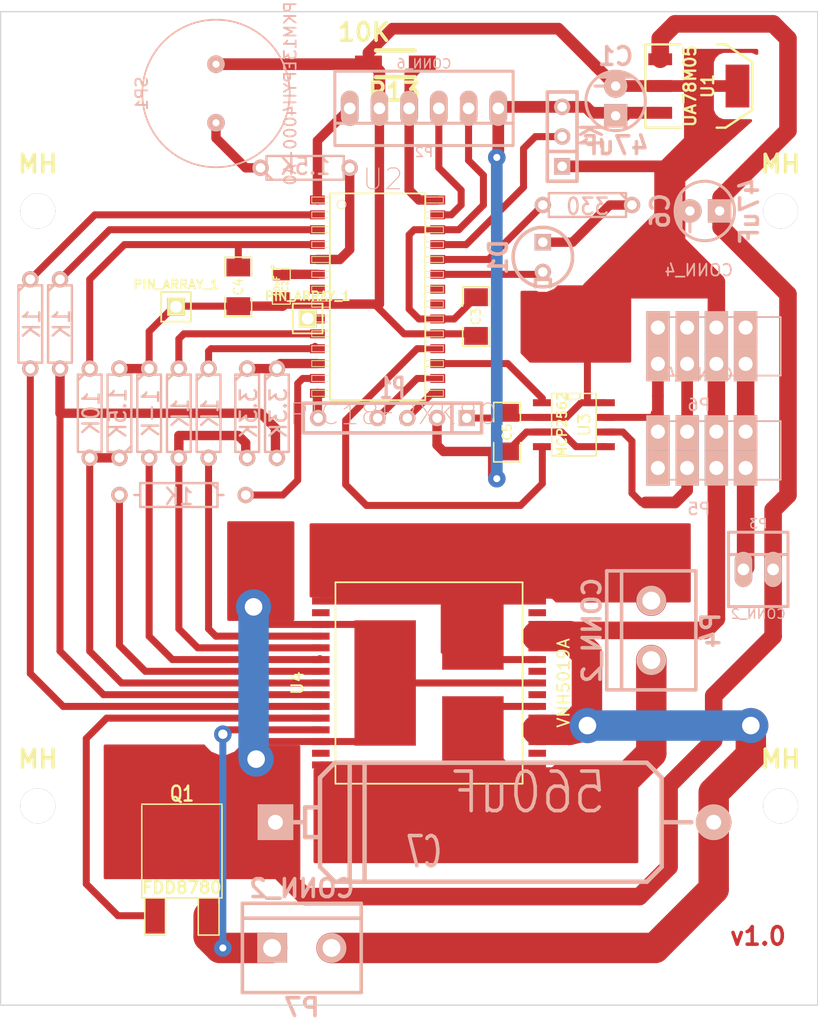
<source format=kicad_pcb>
(kicad_pcb (version 20211014) (generator pcbnew)
  (layers (0 "F.Cu" signal) (31 "B.Cu" signal) (34 "B.Paste" user) (35 "F.Paste" user) (36 "B.SilkS" user "B.Silkscreen") (37 "F.SilkS" user "F.Silkscreen") (38 "B.Mask" user) (39 "F.Mask" user) (44 "Edge.Cuts" user))
  (net 0 "")
  (net 1 "+12V")
  (net 2 "+5V")
  (net 3 "/12Vbus")
  (net 4 "/12vbatt")
  (net 5 "/CANH")
  (net 6 "/CANL")
  (net 7 "/CS")
  (net 8 "/EN")
  (net 9 "/FAULTA")
  (net 10 "/FAULTB")
  (net 11 "/INA")
  (net 12 "/INB")
  (net 13 "/PGC")
  (net 14 "/PGD")
  (net 15 "/PWM")
  (net 16 "/outa")
  (net 17 "/outb")
  (net 18 "/rudder")
  (net 19 "/~{MCLR}")
  (net 20 "GND")
  (net 21 "N-000001")
  (net 22 "N-0000010")
  (net 23 "N-0000016")
  (net 24 "N-0000018")
  (net 25 "N-0000019")
  (net 26 "N-000002")
  (net 27 "N-0000020")
  (net 28 "N-0000022")
  (net 29 "N-0000025")
  (net 30 "N-0000026")
  (net 31 "N-0000027")
  (net 32 "N-0000028")
  (net 33 "N-0000029")
  (net 34 "N-000003")
  (net 35 "N-0000030")
  (net 36 "N-0000032")
  (net 37 "N-0000033")
  (net 38 "N-000004")
  (net 39 "N-000006")
  (net 40 "N-000008")
  (footprint "MountingHole_3mm_RevA_Date21Jun2010" (layer "F.Cu") (at 107.675 40.318)
    (fp_text reference "MH")
    (fp_text value "MountingHole_3mm_RevA_Date21Jun2010" hide)
  )
  (footprint "MountingHole_3mm_RevA_Date21Jun2010" (layer "F.Cu") (at 107.675 91.118)
    (fp_text reference "MH")
    (fp_text value "MountingHole_3mm_RevA_Date21Jun2010" hide)
  )
  (footprint "MountingHole_3mm_RevA_Date21Jun2010" (layer "F.Cu") (at 171.175 91.118)
    (fp_text reference "MH")
    (fp_text value "MountingHole_3mm_RevA_Date21Jun2010" hide)
  )
  (footprint "MountingHole_3mm_RevA_Date21Jun2010" (layer "F.Cu") (at 171.175 40.318)
    (fp_text reference "MH")
    (fp_text value "MountingHole_3mm_RevA_Date21Jun2010" hide)
  )
  (footprint "SOT223" (layer "F.Cu") (at 164.19 29.65 -90)
    (fp_text reference "U1")
    (fp_text value "UA78M05")
  )
  (footprint "SOIC-8_N" (layer "F.Cu") (at 153.51 58.57 -90)
    (fp_text reference "U3")
    (fp_text value "MCP2562")
  )
  (footprint "SM1206" (layer "F.Cu") (at 124.82 46.795 90)
    (fp_text reference "C4")
    (fp_text value "100nF" hide)
  )
  (footprint "SM1206" (layer "F.Cu") (at 147.795 59.205 -90)
    (fp_text reference "C5")
    (fp_text value "100nF" hide)
  )
  (footprint "SM1206" (layer "F.Cu") (at 145.14 49.335 90)
    (fp_text reference "C3")
    (fp_text value "100nF" hide)
  )
  (footprint "microchip-pic18fxx5x-SO-28W" (layer "F.Cu") (at 136.79 47 -90)
    (fp_text reference "U2")
    (fp_text value "PIC18F2XK80")
  )
  (footprint "DPAK2" (layer "F.Cu") (at 120 100.5)
    (fp_text reference "Q1")
    (fp_text value "FDD8780")
  )
  (footprint "multipowerso-30" (layer "F.Cu") (at 141.125 80.625 -90)
    (fp_text reference "U4")
    (fp_text value "VNH5019A")
  )
  (footprint "Resistor_SMD1206_HandSoldering_RevA_Date21Jun2010" (layer "F.Cu") (at 138.25 27.75 180)
    (fp_text reference "R13")
    (fp_text value "10K")
  )
  (footprint "SM0805" (layer "F.Cu") (at 128.5 46.75 -90)
    (fp_text reference "C2")
    (fp_text value "10uF")
  )
  (footprint "PIN_ARRAY_1" (layer "F.Cu") (at 130.75 49.5)
    (fp_text reference "PIN_ARRAY_1")
    (fp_text value "Val**" hide)
  )
  (footprint "PIN_ARRAY_1" (layer "F.Cu") (at 119.5 48.5)
    (fp_text reference "PIN_ARRAY_1")
    (fp_text value "Val**" hide)
  )
  (footprint "SIL-3" (layer "B.Cu") (at 152.506 33.968 90)
    (fp_text reference "K1")
    (fp_text value "CONN_3" hide)
  )
  (footprint "R3" (layer "B.Cu") (at 119.74 57.59 -90)
    (fp_text reference "R6" hide)
    (fp_text value "1K")
  )
  (footprint "R3" (layer "B.Cu") (at 117.2 57.59 -90)
    (fp_text reference "R11" hide)
    (fp_text value "1-K")
  )
  (footprint "R3" (layer "B.Cu") (at 119.74 64.575 180)
    (fp_text reference "R7" hide)
    (fp_text value "1K")
  )
  (footprint "R3" (layer "B.Cu") (at 109.58 49.97 -90)
    (fp_text reference "R9" hide)
    (fp_text value "1K")
  )
  (footprint "R3" (layer "B.Cu") (at 114.66 57.59 90)
    (fp_text reference "R12" hide)
    (fp_text value "1.5K")
  )
  (footprint "R3" (layer "B.Cu") (at 112.12 57.59 -90)
    (fp_text reference "R8" hide)
    (fp_text value "10K")
  )
  (footprint "R3" (layer "B.Cu") (at 130.535 36.635)
    (fp_text reference "R1" hide)
    (fp_text value "1.5K")
  )
  (footprint "R3" (layer "B.Cu") (at 154.665 39.81 180)
    (fp_text reference "R2" hide)
    (fp_text value "330")
  )
  (footprint "PKM13EPYH4000-A0" (layer "B.Cu") (at 122.915 30.285 90)
    (fp_text reference "SP1")
    (fp_text value "PKM13EPYH4000-A0")
  )
  (footprint "PINHEAD1-6" (layer "B.Cu") (at 140.695 31.555)
    (fp_text reference "P2")
    (fp_text value "CONN_6")
  )
  (footprint "PINHEAD1-2" (layer "B.Cu") (at 169.27 70.925 180)
    (fp_text reference "P3")
    (fp_text value "CONN_2")
  )
  (footprint "phoenix_1770979" (layer "B.Cu") (at 164.19 51.875 180)
    (fp_text reference "P6")
    (fp_text value "CONN_4")
  )
  (footprint "phoenix_1770979" (layer "B.Cu") (at 164.19 60.765 180)
    (fp_text reference "P5")
    (fp_text value "CONN_4")
  )
  (footprint "LEDV" (layer "B.Cu") (at 150.855 44.255 -90)
    (fp_text reference "D1")
    (fp_text value "LED" hide)
  )
  (footprint "CP14" (layer "B.Cu") (at 145.775 92.515)
    (fp_text reference "C7")
    (fp_text value "560uF")
  )
  (footprint "bornier2" (layer "B.Cu") (at 160.126 76.132 90)
    (fp_text reference "P4")
    (fp_text value "CONN_2")
  )
  (footprint "bornier2" (layer "B.Cu") (at 130.25 103.25)
    (fp_text reference "P7")
    (fp_text value "CONN_2")
  )
  (footprint "R3" (layer "B.Cu") (at 125.582 57.59 -90)
    (fp_text reference "R4" hide)
    (fp_text value "3.3K")
  )
  (footprint "R3" (layer "B.Cu") (at 128.122 57.59 -90)
    (fp_text reference "R3" hide)
    (fp_text value "3.3K")
  )
  (footprint "SIL-6" (layer "B.Cu") (at 138 58 180)
    (fp_text reference "P1")
    (fp_text value "CONN_6" hide)
  )
  (footprint "R3" (layer "B.Cu") (at 122.28 57.59 -90)
    (fp_text reference "R5" hide)
    (fp_text value "1K")
  )
  (footprint "R3" (layer "B.Cu") (at 107.04 49.97 -90)
    (fp_text reference "R10" hide)
    (fp_text value "1K")
  )
  (footprint "CP_5x6mm" (layer "B.Cu") (at 164.698 40.318 -90)
    (fp_text reference "C6")
    (fp_text value "47uF")
  )
  (footprint "CP_5x6mm" (layer "B.Cu") (at 157.078 30.92 180)
    (fp_text reference "C1")
    (fp_text value "47uF")
  )
  (gr_line (start 174.35 23.3) (end 174.35 108.136) (layer "Edge.Cuts") (width 0.1))
  (gr_line (start 104.5 108.136) (end 104.5 23.3) (layer "Edge.Cuts") (width 0.1))
  (gr_line (start 174.35 108.136) (end 104.5 108.136) (layer "Edge.Cuts") (width 0.1))
  (gr_line (start 104.5 23.3) (end 174.35 23.3) (layer "Edge.Cuts") (width 0.1))
  (gr_text "v1.0" (at 169.25 102.25) (layer "F.Cu") (effects (font (size 1.5 1.5) (thickness 0.3))))
  (segment (start 136.125 85.625) (end 137.375 84.375) (width 0.6) (layer "F.Cu") (net 1))
  (segment (start 137.375 84.375) (end 137.375 80.625) (width 0.6) (layer "F.Cu") (net 1))
  (segment (start 136.125 75.625) (end 137.375 76.875) (width 0.6) (layer "F.Cu") (net 1))
  (segment (start 137.375 76.875) (end 137.375 80.625) (width 0.6) (layer "F.Cu") (net 1))
  (segment (start 121.125 93.725) (end 119.975 94.875) (width 2.6) (layer "F.Cu") (net 1))
  (segment (start 126.625 85.625) (end 126.345 85.845) (width 0.6) (layer "F.Cu") (net 1))
  (segment (start 126.345 85.845) (end 126.345 87.125) (width 0.6) (layer "F.Cu") (net 1))
  (segment (start 131.875 75.625) (end 126.625 75.625) (width 0.6) (layer "F.Cu") (net 1))
  (segment (start 126.125 75.125) (end 126.625 75.625) (width 0.6) (layer "F.Cu") (net 1))
  (segment (start 126.345 90.865) (end 127.995 92.515) (width 1.5) (layer "F.Cu") (net 1))
  (segment (start 127.995 96.325) (end 130.535 98.865) (width 1.5) (layer "F.Cu") (net 1))
  (segment (start 130.535 98.865) (end 159.11 98.865) (width 1.5) (layer "F.Cu") (net 1))
  (segment (start 159.11 98.865) (end 161.65 96.325) (width 1.5) (layer "F.Cu") (net 1))
  (segment (start 161.65 89.34) (end 165.46 85.53) (width 1.5) (layer "F.Cu") (net 1))
  (segment (start 165.46 85.53) (end 165.46 81.72) (width 1.5) (layer "F.Cu") (net 1))
  (segment (start 170.54 76.64) (end 165.46 81.72) (width 1.5) (layer "F.Cu") (net 1))
  (segment (start 170.54 65.845) (end 171.81 64.575) (width 1.5) (layer "F.Cu") (net 1))
  (segment (start 171.81 64.575) (end 171.81 47.43) (width 1.5) (layer "F.Cu") (net 1))
  (segment (start 171.81 47.43) (end 166.095 41.715) (width 1.5) (layer "F.Cu") (net 1))
  (segment (start 166.095 41.715) (end 166.095 39.175) (width 1.5) (layer "F.Cu") (net 1))
  (segment (start 166.095 39.175) (end 171.81 33.46) (width 1.5) (layer "F.Cu") (net 1))
  (segment (start 160.888 25.602) (end 162.15 24.34) (width 1.5) (layer "F.Cu") (net 1))
  (segment (start 162.15 24.34) (end 170.54 24.34) (width 1.5) (layer "F.Cu") (net 1))
  (segment (start 170.54 24.34) (end 171.81 25.61) (width 1.5) (layer "F.Cu") (net 1))
  (segment (start 171.81 25.61) (end 171.81 33.46) (width 1.5) (layer "F.Cu") (net 1))
  (segment (start 165.968 39.302) (end 166.095 39.175) (width 1) (layer "F.Cu") (net 1))
  (segment (start 161.65 96.325) (end 161.65 89.34) (width 1.5) (layer "F.Cu") (net 1))
  (segment (start 126.345 87.125) (end 126.345 90.865) (width 1.5) (layer "F.Cu") (net 1))
  (segment (start 131.875 85.625) (end 136.125 85.625) (width 0.6) (layer "F.Cu") (net 1))
  (segment (start 126.125 74.125) (end 126.125 75.125) (width 0.6) (layer "F.Cu") (net 1))
  (segment (start 127.995 92.515) (end 127.995 96.325) (width 1.5) (layer "F.Cu") (net 1))
  (segment (start 131.875 75.625) (end 136.125 75.625) (width 0.6) (layer "F.Cu") (net 1))
  (segment (start 160.888 27.364) (end 160.888 25.602) (width 1.5) (layer "F.Cu") (net 1))
  (segment (start 170.54 65.845) (end 170.54 70.925) (width 1.5) (layer "F.Cu") (net 1))
  (segment (start 150.375 80.625) (end 137.375 80.625) (width 0.6) (layer "F.Cu") (net 1))
  (segment (start 170.54 70.925) (end 170.54 76.64) (width 1.5) (layer "F.Cu") (net 1))
  (segment (start 165.968 40.318) (end 165.968 39.302) (width 1) (layer "F.Cu") (net 1))
  (segment (start 131.875 85.625) (end 126.625 85.625) (width 0.6) (layer "F.Cu") (net 1))
  (via (at 126.125 74.125) (size 3) (drill 1.5) (layers "F.Cu" "B.Cu") (net 1))
  (via (at 126.345 87.125) (size 3) (drill 1.5) (layers "F.Cu" "B.Cu") (net 1))
  (segment (start 126.125 86.905) (end 126.345 87.125) (width 2.6) (layer "B.Cu") (net 1))
  (segment (start 126.125 74.125) (end 126.125 86.905) (width 2.6) (layer "B.Cu") (net 1))
  (segment (start 149.456 59.195) (end 147.795 60.856) (width 0.6) (layer "F.Cu") (net 2))
  (segment (start 142.356 60.856) (end 141.81 60.31) (width 0.8) (layer "F.Cu") (net 2))
  (segment (start 141.81 60.31) (end 141.81 58) (width 0.8) (layer "F.Cu") (net 2))
  (segment (start 147.172 31.428) (end 147.045 31.555) (width 1) (layer "F.Cu") (net 2))
  (segment (start 147.045 35.619) (end 146.918 35.746) (width 1) (layer "F.Cu") (net 2))
  (segment (start 146.918 63.178) (end 146.664 62.924) (width 1) (layer "F.Cu") (net 2))
  (segment (start 146.664 62.924) (end 146.664 60.856) (width 1) (layer "F.Cu") (net 2))
  (segment (start 146.664 60.856) (end 142.356 60.856) (width 0.8) (layer "F.Cu") (net 2))
  (segment (start 152.506 31.428) (end 154.284 31.428) (width 1) (layer "F.Cu") (net 2))
  (segment (start 157.84 32.19) (end 158.094 31.936) (width 1) (layer "F.Cu") (net 2))
  (segment (start 155.046 31.936) (end 158.094 31.936) (width 1) (layer "F.Cu") (net 2))
  (segment (start 154.538 31.428) (end 155.046 31.936) (width 1) (layer "F.Cu") (net 2))
  (segment (start 152.445 59.195) (end 153.695 60.445) (width 0.6) (layer "F.Cu") (net 2))
  (segment (start 153.695 60.445) (end 156.21 60.445) (width 0.6) (layer "F.Cu") (net 2))
  (segment (start 150.81 59.195) (end 149.456 59.195) (width 0.6) (layer "F.Cu") (net 2))
  (segment (start 147.795 60.856) (end 146.664 60.856) (width 0.8) (layer "F.Cu") (net 2))
  (segment (start 147.045 31.555) (end 147.045 35.619) (width 1) (layer "F.Cu") (net 2))
  (segment (start 150.81 59.195) (end 152.445 59.195) (width 0.6) (layer "F.Cu") (net 2))
  (segment (start 160.888 31.936) (end 158.094 31.936) (width 1) (layer "F.Cu") (net 2))
  (segment (start 157.078 32.19) (end 157.84 32.19) (width 1) (layer "F.Cu") (net 2))
  (segment (start 152.506 31.428) (end 147.172 31.428) (width 1) (layer "F.Cu") (net 2))
  (segment (start 154.284 31.428) (end 154.538 31.428) (width 1) (layer "F.Cu") (net 2))
  (segment (start 160.888 31.936) (end 157.332 31.936) (width 1) (layer "F.Cu") (net 2))
  (via (at 146.918 63.178) (size 1.5) (drill 0.6) (layers "F.Cu" "B.Cu") (net 2))
  (via (at 146.918 35.746) (size 1.5) (drill 0.6) (layers "F.Cu" "B.Cu") (net 2))
  (segment (start 146.918 35.746) (end 146.918 63.178) (width 1) (layer "B.Cu") (net 2))
  (segment (start 168.19 70.735) (end 168 70.925) (width 1.5) (layer "F.Cu") (net 3))
  (segment (start 168.19 59.165) (end 168.19 62.265) (width 1.5) (layer "F.Cu") (net 3))
  (segment (start 168.19 62.265) (end 168 62.455) (width 1.5) (layer "F.Cu") (net 3))
  (segment (start 168.19 53.375) (end 168.19 59.165) (width 1.5) (layer "F.Cu") (net 3))
  (segment (start 168.19 50.275) (end 168.19 53.375) (width 1.5) (layer "F.Cu") (net 3))
  (segment (start 168.19 62.265) (end 168.19 70.735) (width 1.5) (layer "F.Cu") (net 3))
  (segment (start 122.286 102.286) (end 123.25 103.25) (width 2.6) (layer "F.Cu") (net 4))
  (segment (start 123.25 103.25) (end 127.71 103.25) (width 2.6) (layer "F.Cu") (net 4))
  (segment (start 123.5 103.25) (end 122.536 102.286) (width 0.6) (layer "F.Cu") (net 4))
  (segment (start 122.536 102.286) (end 122.286 102.286) (width 0.6) (layer "F.Cu") (net 4))
  (segment (start 123.875 84.625) (end 123.5 85) (width 0.6) (layer "F.Cu") (net 4))
  (segment (start 122.286 100.5) (end 122.286 102.286) (width 2.6) (layer "F.Cu") (net 4))
  (segment (start 131.875 84.625) (end 123.875 84.625) (width 0.6) (layer "F.Cu") (net 4))
  (via (at 123.5 103.25) (size 1.5) (drill 0.6) (layers "F.Cu" "B.Cu") (net 4))
  (via (at 123.5 85) (size 1.5) (drill 0.8) (layers "F.Cu" "B.Cu") (net 4))
  (segment (start 123.5 85) (end 123.5 103.25) (width 0.6) (layer "B.Cu") (net 4))
  (segment (start 160.69 57.945) (end 160.38 57.635) (width 0.6) (layer "F.Cu") (net 5))
  (segment (start 160.38 57.635) (end 160.38 57.59) (width 0.6) (layer "F.Cu") (net 5))
  (segment (start 160.38 57.59) (end 160.69 57.59) (width 0.6) (layer "F.Cu") (net 5))
  (segment (start 160.69 57.59) (end 160.69 59.165) (width 1) (layer "F.Cu") (net 5))
  (segment (start 160.69 56.122) (end 160.69 57.59) (width 1) (layer "F.Cu") (net 5))
  (segment (start 160.69 53.375) (end 160.69 56.122) (width 1) (layer "F.Cu") (net 5))
  (segment (start 160.69 59.165) (end 160.69 62.265) (width 1) (layer "F.Cu") (net 5))
  (segment (start 160.69 50.275) (end 160.69 53.375) (width 1) (layer "F.Cu") (net 5))
  (segment (start 156.21 57.945) (end 160.69 57.945) (width 0.6) (layer "F.Cu") (net 5))
  (segment (start 158.475 59.975) (end 158.475 64.42) (width 0.6) (layer "F.Cu") (net 6))
  (segment (start 159.265 65.21) (end 158.475 64.42) (width 0.6) (layer "F.Cu") (net 6))
  (segment (start 163.19 64.178) (end 162.158 65.21) (width 1) (layer "F.Cu") (net 6))
  (segment (start 162.158 65.21) (end 159.618 65.21) (width 1) (layer "F.Cu") (net 6))
  (segment (start 163.19 53.375) (end 163.19 59.165) (width 1) (layer "F.Cu") (net 6))
  (segment (start 157.695 59.195) (end 156.21 59.195) (width 0.6) (layer "F.Cu") (net 6))
  (segment (start 159.618 65.21) (end 159.265 65.21) (width 0.6) (layer "F.Cu") (net 6))
  (segment (start 163.19 50.275) (end 163.19 53.375) (width 1) (layer "F.Cu") (net 6))
  (segment (start 157.695 59.195) (end 158.475 59.975) (width 0.6) (layer "F.Cu") (net 6))
  (segment (start 163.19 62.265) (end 163.19 64.178) (width 1) (layer "F.Cu") (net 6))
  (segment (start 163.19 59.165) (end 163.19 62.265) (width 1) (layer "F.Cu") (net 6))
  (segment (start 115.09 43.19) (end 112.12 46.16) (width 0.6) (layer "F.Cu") (net 7))
  (segment (start 112.12 46.16) (end 112.12 53.78) (width 0.6) (layer "F.Cu") (net 7))
  (segment (start 124.82 43.19) (end 115.09 43.19) (width 0.6) (layer "F.Cu") (net 7))
  (segment (start 131.583 43.19) (end 124.82 43.19) (width 0.6) (layer "F.Cu") (net 7))
  (segment (start 124.82 43.19) (end 124.82 45.144) (width 0.6) (layer "F.Cu") (net 7))
  (segment (start 128.425 53.35) (end 127.995 53.78) (width 0.8) (layer "F.Cu") (net 8))
  (segment (start 127.995 53.78) (end 125.455 53.78) (width 0.8) (layer "F.Cu") (net 8))
  (segment (start 131.583 53.35) (end 128.425 53.35) (width 0.8) (layer "F.Cu") (net 8))
  (segment (start 120.17 50.81) (end 119.74 51.24) (width 0.6) (layer "F.Cu") (net 9))
  (segment (start 119.74 51.24) (end 119.74 53.78) (width 0.6) (layer "F.Cu") (net 9))
  (segment (start 131.583 50.81) (end 120.17 50.81) (width 0.6) (layer "F.Cu") (net 9))
  (segment (start 113.82 41.92) (end 109.58 46.16) (width 0.6) (layer "F.Cu") (net 10))
  (segment (start 131.583 41.92) (end 113.82 41.92) (width 0.6) (layer "F.Cu") (net 10))
  (segment (start 122.28 52.285) (end 122.28 53.78) (width 0.6) (layer "F.Cu") (net 11))
  (segment (start 131.583 52.08) (end 122.485 52.08) (width 0.6) (layer "F.Cu") (net 11))
  (segment (start 131.583 52.08) (end 131.378 51.875) (width 0.6) (layer "F.Cu") (net 11))
  (segment (start 122.485 52.08) (end 122.28 52.285) (width 0.6) (layer "F.Cu") (net 11))
  (segment (start 112.55 40.65) (end 131.583 40.65) (width 0.6) (layer "F.Cu") (net 12))
  (segment (start 107.04 46.16) (end 112.55 40.65) (width 0.6) (layer "F.Cu") (net 12))
  (segment (start 141.965 36.635) (end 143.87 38.54) (width 0.6) (layer "F.Cu") (net 13))
  (segment (start 143.87 38.54) (end 143.87 39.81) (width 0.6) (layer "F.Cu") (net 13))
  (segment (start 143.87 39.81) (end 143.03 40.65) (width 0.6) (layer "F.Cu") (net 13))
  (segment (start 143.03 40.65) (end 141.87 40.65) (width 0.6) (layer "F.Cu") (net 13))
  (segment (start 141.965 31.555) (end 141.965 36.635) (width 0.6) (layer "F.Cu") (net 13))
  (segment (start 140.265 39.38) (end 139.425 38.54) (width 0.8) (layer "F.Cu") (net 14))
  (segment (start 139.425 38.54) (end 139.425 31.555) (width 0.8) (layer "F.Cu") (net 14))
  (segment (start 139.425 28.62624) (end 139.425 31.555) (width 0.8) (layer "F.Cu") (net 14))
  (segment (start 139.675 28.62624) (end 139.425 28.62624) (width 0.8) (layer "F.Cu") (net 14))
  (segment (start 141.87 39.38) (end 140.265 39.38) (width 0.8) (layer "F.Cu") (net 14))
  (segment (start 140.55124 27.75) (end 139.675 28.62624) (width 0.8) (layer "F.Cu") (net 14))
  (segment (start 140.30124 27.75) (end 139.425 28.62624) (width 0.8) (layer "F.Cu") (net 14))
  (segment (start 130.33 54.62) (end 129.9 55.05) (width 0.6) (layer "F.Cu") (net 15))
  (segment (start 129.9 55.05) (end 129.9 63.305) (width 0.6) (layer "F.Cu") (net 15))
  (segment (start 129.9 63.305) (end 128.63 64.575) (width 0.6) (layer "F.Cu") (net 15))
  (segment (start 128.63 64.575) (end 125.455 64.575) (width 0.6) (layer "F.Cu") (net 15))
  (segment (start 131.583 54.62) (end 130.33 54.62) (width 0.6) (layer "F.Cu") (net 15))
  (segment (start 147.125 78.625) (end 144.875 76.375) (width 0.6) (layer "F.Cu") (net 16))
  (segment (start 146.125 73.625) (end 144.625 75.125) (width 0.6) (layer "F.Cu") (net 16))
  (segment (start 144.625 75.125) (end 144.625 76.125) (width 0.6) (layer "F.Cu") (net 16))
  (segment (start 144.625 76.125) (end 144.875 76.375) (width 0.6) (layer "F.Cu") (net 16))
  (segment (start 144.875 73.375) (end 146.125 72.125) (width 2.6) (layer "F.Cu") (net 16))
  (segment (start 146.125 72.125) (end 160.125 72.125) (width 2.6) (layer "F.Cu") (net 16))
  (segment (start 144.625 73.625) (end 146.125 72.125) (width 0.6) (layer "F.Cu") (net 16))
  (segment (start 160.125 73.591) (end 160.125 72.125) (width 2.6) (layer "F.Cu") (net 16))
  (segment (start 150.375 73.625) (end 146.125 73.625) (width 0.6) (layer "F.Cu") (net 16))
  (segment (start 144.875 73.375) (end 144.875 76.375) (width 2.6) (layer "F.Cu") (net 16))
  (segment (start 131.875 73.625) (end 144.625 73.625) (width 0.6) (layer "F.Cu") (net 16))
  (segment (start 160.125 73.085) (end 160.125 72.125) (width 2.6) (layer "F.Cu") (net 16))
  (segment (start 150.375 78.625) (end 147.125 78.625) (width 0.6) (layer "F.Cu") (net 16))
  (segment (start 160.126 73.592) (end 160.125 73.591) (width 2.6) (layer "F.Cu") (net 16))
  (segment (start 147.125 82.625) (end 144.875 84.875) (width 0.6) (layer "F.Cu") (net 17))
  (segment (start 147.625 87.625) (end 144.875 84.875) (width 0.6) (layer "F.Cu") (net 17))
  (segment (start 144.875 88.875) (end 145.125 89.125) (width 2.6) (layer "F.Cu") (net 17))
  (segment (start 145.125 89.125) (end 157.625 89.125) (width 2.6) (layer "F.Cu") (net 17))
  (segment (start 157.625 89.125) (end 160.125 86.625) (width 2.6) (layer "F.Cu") (net 17))
  (segment (start 160.125 78.673) (end 160.125 86.625) (width 2.6) (layer "F.Cu") (net 17))
  (segment (start 150.375 82.625) (end 147.125 82.625) (width 0.6) (layer "F.Cu") (net 17))
  (segment (start 144.875 88.875) (end 144.875 84.875) (width 2.6) (layer "F.Cu") (net 17))
  (segment (start 131.875 87.625) (end 147.625 87.625) (width 0.6) (layer "F.Cu") (net 17))
  (segment (start 150.375 87.625) (end 147.625 87.625) (width 0.6) (layer "F.Cu") (net 17))
  (segment (start 160.126 78.672) (end 160.125 78.673) (width 2.6) (layer "F.Cu") (net 17))
  (segment (start 149.204 38.286) (end 149.204 34.984) (width 0.6) (layer "F.Cu") (net 18))
  (segment (start 150.22 33.968) (end 149.204 34.984) (width 0.6) (layer "F.Cu") (net 18))
  (segment (start 152.506 33.968) (end 150.22 33.968) (width 0.6) (layer "F.Cu") (net 18))
  (segment (start 144.3 43.19) (end 149.204 38.286) (width 0.6) (layer "F.Cu") (net 18))
  (segment (start 144.3 43.19) (end 141.87 43.19) (width 0.6) (layer "F.Cu") (net 18))
  (segment (start 131.583 34.317) (end 134.345 31.555) (width 0.8) (layer "F.Cu") (net 19))
  (segment (start 131.583 39.38) (end 131.583 34.317) (width 0.8) (layer "F.Cu") (net 19))
  (segment (start 153.125 76.625) (end 154.625 78.125) (width 2.6) (layer "F.Cu") (net 20))
  (segment (start 154.625 78.125) (end 154.625 83.125) (width 2.6) (layer "F.Cu") (net 20))
  (segment (start 153.125 84.625) (end 154.625 83.125) (width 2.6) (layer "F.Cu") (net 20))
  (segment (start 128.806 48.27) (end 128.63 48.446) (width 0.8) (layer "F.Cu") (net 20))
  (segment (start 119.359 48.446) (end 117.2 50.605) (width 0.6) (layer "F.Cu") (net 20))
  (segment (start 117.2 50.605) (end 117.2 53.78) (width 0.6) (layer "F.Cu") (net 20))
  (segment (start 144.964 50.81) (end 145.14 50.986) (width 0.6) (layer "F.Cu") (net 20))
  (segment (start 136.29 27.785) (end 136.3135 27.8085) (width 1) (layer "F.Cu") (net 20))
  (segment (start 136.885 28.38) (end 136.885 31.555) (width 1) (layer "F.Cu") (net 20))
  (segment (start 165.46 98.23) (end 160.44 103.25) (width 2.6) (layer "F.Cu") (net 20))
  (segment (start 160.44 103.25) (end 132.79 103.25) (width 2.6) (layer "F.Cu") (net 20))
  (segment (start 168.635 86.8) (end 165.46 89.975) (width 2.6) (layer "F.Cu") (net 20))
  (segment (start 165.46 89.975) (end 165.46 92.515) (width 2.6) (layer "F.Cu") (net 20))
  (segment (start 151.998 76.132) (end 151.505 76.625) (width 1.5) (layer "F.Cu") (net 20))
  (segment (start 151.505 76.625) (end 150.375 76.625) (width 2.6) (layer "F.Cu") (net 20))
  (segment (start 148.186 57.945) (end 147.795 57.554) (width 0.6) (layer "F.Cu") (net 20))
  (segment (start 152.865 57.945) (end 154.115 56.695) (width 0.6) (layer "F.Cu") (net 20))
  (segment (start 154.115 56.695) (end 154.665 56.695) (width 0.6) (layer "F.Cu") (net 20))
  (segment (start 147.349 58) (end 147.795 57.554) (width 0.6) (layer "F.Cu") (net 20))
  (segment (start 165.69 75.14) (end 164.698 76.132) (width 1.5) (layer "F.Cu") (net 20))
  (segment (start 165.69 46.39) (end 162.285 42.985) (width 1.5) (layer "F.Cu") (net 20))
  (segment (start 162.285 42.985) (end 162.285 40.699) (width 1.5) (layer "F.Cu") (net 20))
  (segment (start 162.285 36) (end 164.19 34.095) (width 1.5) (layer "F.Cu") (net 20))
  (segment (start 164.19 34.095) (end 164.19 29.65) (width 1.5) (layer "F.Cu") (net 20))
  (segment (start 154.665 56.695) (end 156.21 56.695) (width 0.6) (layer "F.Cu") (net 20))
  (segment (start 162.285 36.635) (end 162.285 36) (width 1.5) (layer "F.Cu") (net 20))
  (segment (start 162.285 39.175) (end 162.285 36.635) (width 1.5) (layer "F.Cu") (net 20))
  (segment (start 136.885 48.27) (end 136.885 31.555) (width 0.8) (layer "F.Cu") (net 20))
  (segment (start 138.995 50.81) (end 136.455 48.27) (width 0.6) (layer "F.Cu") (net 20))
  (segment (start 136.455 48.27) (end 136.885 48.27) (width 0.8) (layer "F.Cu") (net 20))
  (segment (start 162.158 36.508) (end 162.285 36.635) (width 1) (layer "F.Cu") (net 20))
  (segment (start 136.3135 27.8085) (end 136.885 28.38) (width 1) (layer "F.Cu") (net 20))
  (segment (start 155.2365 27.8085) (end 155.464 28.036) (width 1) (layer "F.Cu") (net 20))
  (segment (start 162.666 40.318) (end 162.285 40.699) (width 1) (layer "F.Cu") (net 20))
  (segment (start 162.285 40.699) (end 162.285 39.175) (width 1.5) (layer "F.Cu") (net 20))
  (segment (start 133.5 27.75) (end 133.5 27.785) (width 0.8) (layer "F.Cu") (net 20))
  (segment (start 133.5 27.785) (end 136.29 27.785) (width 1) (layer "F.Cu") (net 20))
  (segment (start 155.464 28.036) (end 157.078 29.65) (width 1) (layer "F.Cu") (net 20))
  (segment (start 152.178 24.75) (end 138 24.75) (width 1) (layer "F.Cu") (net 20))
  (segment (start 138 24.75) (end 135.94876 26.80124) (width 1) (layer "F.Cu") (net 20))
  (segment (start 135.94876 26.80124) (end 135.94876 27.75) (width 1) (layer "F.Cu") (net 20))
  (segment (start 128.5 48.446) (end 128.63 48.446) (width 0.8) (layer "F.Cu") (net 20))
  (segment (start 162.285 39.175) (end 154.665 46.795) (width 0.8) (layer "F.Cu") (net 20))
  (segment (start 150.375 84.625) (end 153.125 84.625) (width 2.6) (layer "F.Cu") (net 20))
  (segment (start 165.69 53.375) (end 165.69 59.165) (width 1.5) (layer "F.Cu") (net 20))
  (segment (start 135.94876 27.75) (end 133.5 27.75) (width 0.8) (layer "F.Cu") (net 20))
  (segment (start 164.698 76.132) (end 151.998 76.132) (width 1.5) (layer "F.Cu") (net 20))
  (segment (start 165.46 92.515) (end 165.46 98.23) (width 2.6) (layer "F.Cu") (net 20))
  (segment (start 122.915 27.785) (end 133.5 27.785) (width 1) (layer "F.Cu") (net 20))
  (segment (start 168.635 84.26) (end 168.635 86.8) (width 2.6) (layer "F.Cu") (net 20))
  (segment (start 155.464 28.036) (end 152.178 24.75) (width 1) (layer "F.Cu") (net 20))
  (segment (start 131.583 48.27) (end 128.806 48.27) (width 0.8) (layer "F.Cu") (net 20))
  (segment (start 165.69 50.275) (end 165.69 46.39) (width 1.5) (layer "F.Cu") (net 20))
  (segment (start 117.2 53.78) (end 114.66 53.78) (width 0.8) (layer "F.Cu") (net 20))
  (segment (start 153.125 84.625) (end 154.665 84.26) (width 2.6) (layer "F.Cu") (net 20))
  (segment (start 160.888 29.65) (end 157.078 29.65) (width 1) (layer "F.Cu") (net 20))
  (segment (start 141.87 50.81) (end 138.995 50.81) (width 0.6) (layer "F.Cu") (net 20))
  (segment (start 150.81 57.945) (end 148.186 57.945) (width 0.6) (layer "F.Cu") (net 20))
  (segment (start 141.87 50.81) (end 144.964 50.81) (width 0.6) (layer "F.Cu") (net 20))
  (segment (start 163.428 40.318) (end 162.666 40.318) (width 1) (layer "F.Cu") (net 20))
  (segment (start 160.888 29.65) (end 164.19 29.65) (width 1) (layer "F.Cu") (net 20))
  (segment (start 124.82 48.446) (end 128.63 48.446) (width 0.8) (layer "F.Cu") (net 20))
  (segment (start 131.583 48.27) (end 136.455 48.27) (width 0.8) (layer "F.Cu") (net 20))
  (segment (start 164.19 29.65) (end 167.492 29.65) (width 1) (layer "F.Cu") (net 20))
  (segment (start 128.5 47.7025) (end 128.5 48.446) (width 0.8) (layer "F.Cu") (net 20))
  (segment (start 150.81 57.945) (end 152.865 57.945) (width 0.6) (layer "F.Cu") (net 20))
  (segment (start 153.125 76.625) (end 151.505 76.625) (width 2.6) (layer "F.Cu") (net 20))
  (segment (start 165.69 50.275) (end 165.69 53.375) (width 1.5) (layer "F.Cu") (net 20))
  (segment (start 144.35 58) (end 147.349 58) (width 0.6) (layer "F.Cu") (net 20))
  (segment (start 154.665 46.795) (end 154.665 56.695) (width 0.6) (layer "F.Cu") (net 20))
  (segment (start 165.69 59.165) (end 165.69 62.265) (width 1.5) (layer "F.Cu") (net 20))
  (segment (start 147.795 57.554) (end 147.086 57.554) (width 0.6) (layer "F.Cu") (net 20))
  (segment (start 128.63 48.446) (end 119.359 48.446) (width 0.6) (layer "F.Cu") (net 20))
  (segment (start 165.69 62.265) (end 165.69 75.14) (width 1.5) (layer "F.Cu") (net 20))
  (segment (start 152.506 36.508) (end 162.158 36.508) (width 1) (layer "F.Cu") (net 20))
  (via (at 154.665 84.26) (size 3) (drill 1.5) (layers "F.Cu" "B.Cu") (net 20))
  (via (at 168.635 84.26) (size 3) (drill 1.5) (layers "F.Cu" "B.Cu") (net 20))
  (segment (start 154.665 84.26) (end 168.635 84.26) (width 2.6) (layer "B.Cu") (net 20))
  (segment (start 129.75 45.73) (end 129.216 45.73) (width 0.8) (layer "F.Cu") (net 21))
  (segment (start 128.5675 45.73) (end 128.5 45.7975) (width 0.8) (layer "F.Cu") (net 21))
  (segment (start 129.75 45.73) (end 128.5675 45.73) (width 0.8) (layer "F.Cu") (net 21))
  (segment (start 131.583 45.73) (end 129.75 45.73) (width 0.8) (layer "F.Cu") (net 21))
  (segment (start 140.11 54.62) (end 136.73 58) (width 0.6) (layer "F.Cu") (net 22))
  (segment (start 141.87 54.62) (end 140.11 54.62) (width 0.6) (layer "F.Cu") (net 22))
  (segment (start 140.11 52.08) (end 134 58.19) (width 0.6) (layer "F.Cu") (net 23))
  (segment (start 134 58.19) (end 134 63.686) (width 0.6) (layer "F.Cu") (net 23))
  (segment (start 134 63.686) (end 135.778 65.464) (width 0.6) (layer "F.Cu") (net 23))
  (segment (start 135.778 65.464) (end 148.95 65.464) (width 0.6) (layer "F.Cu") (net 23))
  (segment (start 148.95 65.464) (end 150.81 63.604) (width 0.6) (layer "F.Cu") (net 23))
  (segment (start 150.81 63.604) (end 150.81 60.445) (width 0.6) (layer "F.Cu") (net 23))
  (segment (start 141.87 52.08) (end 140.11 52.08) (width 0.6) (layer "F.Cu") (net 23))
  (segment (start 150.65 45.73) (end 150.855 45.525) (width 0.6) (layer "F.Cu") (net 24))
  (segment (start 141.87 45.73) (end 150.65 45.73) (width 0.6) (layer "F.Cu") (net 24))
  (segment (start 146.205 44.46) (end 150.855 39.81) (width 0.6) (layer "F.Cu") (net 25))
  (segment (start 141.87 44.46) (end 146.205 44.46) (width 0.6) (layer "F.Cu") (net 25))
  (segment (start 133.505 44.46) (end 134.345 43.62) (width 0.8) (layer "F.Cu") (net 26))
  (segment (start 134.345 43.62) (end 134.345 36.635) (width 0.8) (layer "F.Cu") (net 26))
  (segment (start 131.583 44.46) (end 133.505 44.46) (width 0.8) (layer "F.Cu") (net 26))
  (segment (start 131.583 57.933) (end 131.65 58) (width 0.8) (layer "F.Cu") (net 27))
  (segment (start 131.583 55.89) (end 131.583 57.933) (width 0.8) (layer "F.Cu") (net 27))
  (segment (start 147.85 53.35) (end 150.81 56.31) (width 0.6) (layer "F.Cu") (net 28))
  (segment (start 150.81 56.31) (end 150.81 56.695) (width 0.6) (layer "F.Cu") (net 28))
  (segment (start 141.87 53.35) (end 147.85 53.35) (width 0.6) (layer "F.Cu") (net 28))
  (segment (start 119.185 78.625) (end 117.2 76.64) (width 0.6) (layer "F.Cu") (net 29))
  (segment (start 119.185 78.625) (end 131.875 78.625) (width 0.6) (layer "F.Cu") (net 29))
  (segment (start 117.2 61.4) (end 117.2 76.64) (width 0.6) (layer "F.Cu") (net 29))
  (segment (start 131.875 78.625) (end 131.795 78.545) (width 0.6) (layer "F.Cu") (net 29))
  (segment (start 107.04 79.815) (end 107.04 53.78) (width 0.6) (layer "F.Cu") (net 30))
  (segment (start 131.875 82.625) (end 109.85 82.625) (width 0.6) (layer "F.Cu") (net 30))
  (segment (start 107.04 79.815) (end 109.85 82.625) (width 0.6) (layer "F.Cu") (net 30))
  (segment (start 114.835 80.625) (end 112.12 77.91) (width 0.6) (layer "F.Cu") (net 31))
  (segment (start 112.12 77.91) (end 112.12 61.4) (width 0.6) (layer "F.Cu") (net 31))
  (segment (start 112.12 61.4) (end 114.66 61.4) (width 0.8) (layer "F.Cu") (net 31))
  (segment (start 131.875 80.625) (end 114.835 80.625) (width 0.6) (layer "F.Cu") (net 31))
  (segment (start 116.875 79.625) (end 114.66 77.41) (width 0.6) (layer "F.Cu") (net 32))
  (segment (start 114.66 64.575) (end 114.66 77.41) (width 0.6) (layer "F.Cu") (net 32))
  (segment (start 116.875 79.625) (end 131.875 79.625) (width 0.6) (layer "F.Cu") (net 32))
  (segment (start 122.9 76.625) (end 122.28 76.005) (width 0.6) (layer "F.Cu") (net 33))
  (segment (start 122.9 76.625) (end 131.875 76.625) (width 0.6) (layer "F.Cu") (net 33))
  (segment (start 122.28 61.4) (end 122.28 76.005) (width 0.6) (layer "F.Cu") (net 33))
  (segment (start 122.915 34.095) (end 125.455 36.635) (width 0.8) (layer "F.Cu") (net 34))
  (segment (start 126.725 36.635) (end 125.455 36.635) (width 0.8) (layer "F.Cu") (net 34))
  (segment (start 122.915 34.095) (end 122.915 32.785) (width 0.8) (layer "F.Cu") (net 34))
  (segment (start 113.295 81.625) (end 109.58 77.91) (width 0.6) (layer "F.Cu") (net 35))
  (segment (start 109.58 57.59) (end 109.58 77.91) (width 0.6) (layer "F.Cu") (net 35))
  (segment (start 126.725 57.59) (end 127.995 58.86) (width 0.8) (layer "F.Cu") (net 35))
  (segment (start 127.995 58.86) (end 127.995 61.4) (width 0.8) (layer "F.Cu") (net 35))
  (segment (start 109.58 57.59) (end 126.725 57.59) (width 0.8) (layer "F.Cu") (net 35))
  (segment (start 131.875 81.625) (end 113.295 81.625) (width 0.6) (layer "F.Cu") (net 35))
  (segment (start 109.58 57.59) (end 109.58 53.78) (width 0.8) (layer "F.Cu") (net 35))
  (segment (start 156.57 39.81) (end 158.475 39.81) (width 0.8) (layer "F.Cu") (net 36))
  (segment (start 153.395 42.985) (end 156.57 39.81) (width 0.8) (layer "F.Cu") (net 36))
  (segment (start 150.855 42.985) (end 153.395 42.985) (width 0.8) (layer "F.Cu") (net 36))
  (segment (start 124.82 59.495) (end 125.455 60.13) (width 0.8) (layer "F.Cu") (net 37))
  (segment (start 125.455 60.13) (end 125.455 61.4) (width 0.8) (layer "F.Cu") (net 37))
  (segment (start 119.74 60.13) (end 119.74 76.005) (width 0.6) (layer "F.Cu") (net 37))
  (segment (start 119.74 59.495) (end 124.82 59.495) (width 0.8) (layer "F.Cu") (net 37))
  (segment (start 121.36 77.625) (end 131.875 77.625) (width 0.6) (layer "F.Cu") (net 37))
  (segment (start 119.74 61.4) (end 119.74 60.13) (width 0.8) (layer "F.Cu") (net 37))
  (segment (start 119.74 59.495) (end 119.74 60.13) (width 0.8) (layer "F.Cu") (net 37))
  (segment (start 121.36 77.625) (end 119.74 76.005) (width 0.6) (layer "F.Cu") (net 37))
  (segment (start 143.284 49.54) (end 145.14 47.684) (width 0.6) (layer "F.Cu") (net 38))
  (segment (start 144.505 36) (end 145.775 37.27) (width 0.6) (layer "F.Cu") (net 38))
  (segment (start 145.775 37.27) (end 145.775 39.81) (width 0.6) (layer "F.Cu") (net 38))
  (segment (start 145.775 39.81) (end 143.665 41.92) (width 0.6) (layer "F.Cu") (net 38))
  (segment (start 143.665 41.92) (end 141.87 41.92) (width 0.6) (layer "F.Cu") (net 38))
  (segment (start 139.855 41.92) (end 139.425 42.35) (width 0.6) (layer "F.Cu") (net 38))
  (segment (start 139.425 42.35) (end 139.425 48.7) (width 0.6) (layer "F.Cu") (net 38))
  (segment (start 139.425 48.7) (end 140.265 49.54) (width 0.6) (layer "F.Cu") (net 38))
  (segment (start 140.265 49.54) (end 141.87 49.54) (width 0.6) (layer "F.Cu") (net 38))
  (segment (start 144.505 31.555) (end 144.505 36) (width 0.6) (layer "F.Cu") (net 38))
  (segment (start 141.87 49.54) (end 143.284 49.54) (width 0.6) (layer "F.Cu") (net 38))
  (segment (start 141.87 41.92) (end 139.855 41.92) (width 0.6) (layer "F.Cu") (net 38))
  (segment (start 111.825 97.786) (end 114.539 100.5) (width 0.6) (layer "F.Cu") (net 39))
  (segment (start 113.565 83.625) (end 111.825 85.365) (width 0.6) (layer "F.Cu") (net 39))
  (segment (start 111.825 85.365) (end 111.825 97.786) (width 0.6) (layer "F.Cu") (net 39))
  (segment (start 113.565 83.625) (end 131.875 83.625) (width 0.6) (layer "F.Cu") (net 39))
  (segment (start 117.714 100.5) (end 114.539 100.5) (width 0.6) (layer "F.Cu") (net 39))
  (segment (start 141.38 55.89) (end 139.27 58) (width 0.6) (layer "F.Cu") (net 40))
  (segment (start 141.87 55.89) (end 141.38 55.89) (width 0.6) (layer "F.Cu") (net 40))
  (zone (net 17) (net_name "/outb") (layer "F.Cu") (connect_pads yes (clearance 1)) (min_thickness 0.254) (fill (thermal_gap 0.508) (thermal_bridge_width 0.508))
    (polygon (pts (xy 159.02 96.012) (xy 131.25 96.012) (xy 131.25 87.5) (xy 142.375 87.5) (xy 142.375 84.625) (xy 147.40625 87.5) (xy 159.02 87.5)))
  )
  (zone (net 16) (net_name "/outa") (layer "F.Cu") (connect_pads yes (clearance 1)) (min_thickness 0.254) (fill (thermal_gap 0.508) (thermal_bridge_width 0.508))
    (polygon (pts (xy 163.5 73.75) (xy 151.998 73.75) (xy 151.998 73.846) (xy 146.0656 73.846) (xy 142.875 76.125) (xy 142.375 78.125) (xy 142.125 78.125) (xy 142.125 73.846) (xy 130.916 73.846) (xy 130.916 66.988) (xy 163.498 66.988) (xy 163.498 68.27) (xy 163.5 68.27)))
  )
  (zone (net 1) (net_name "+12V") (layer "F.Cu") (connect_pads yes (clearance 1)) (min_thickness 0.254) (fill (thermal_gap 0.508) (thermal_bridge_width 0.508))
    (polygon (pts (xy 130.125 85.375) (xy 130.125 97.379) (xy 113.315 97.379) (xy 113.315 90.875) (xy 113.315 85.875) (xy 126.625 85.875)))
  )
  (zone (net 1) (net_name "+12V") (layer "F.Cu") (connect_pads yes (clearance 1)) (min_thickness 0.254) (fill (thermal_gap 0.508) (thermal_bridge_width 0.508))
    (polygon (pts (xy 123.875 75.875) (xy 123.875 66.815) (xy 129.617 66.815) (xy 129.617 75.875)))
  )
  (zone (net 20) (net_name "GND") (layer "F.Cu") (connect_pads yes (clearance 1)) (min_thickness 0.254) (fill (thermal_gap 0.508) (thermal_bridge_width 0.508))
    (polygon (pts (xy 169.27 32.19) (xy 162.92 37.905) (xy 162.92 43.62) (xy 166.095 47.795) (xy 158.4115 47.795) (xy 158.4115 53.272) (xy 148.95 53.272) (xy 148.95 46.668) (xy 154.739083 46.668) (xy 160.38 41.253181) (xy 160.38 36.635) (xy 162.92 34.095) (xy 162.92 26.475) (xy 169.27 26.475)))
  )
)
</source>
